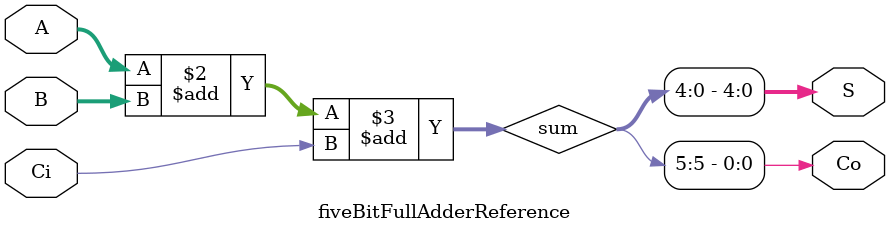
<source format=v>
module fiveBitFullAdderReference(A, B, Ci, Co, S);
  input wire [4:0] A, B;
  input wire Ci;
  output wire Co;
  output wire [4:0] S;

  reg [5:0] sum;

  always @(A, B, Ci) sum = A + B + Ci;

  assign {Co, S} = sum;
endmodule

</source>
